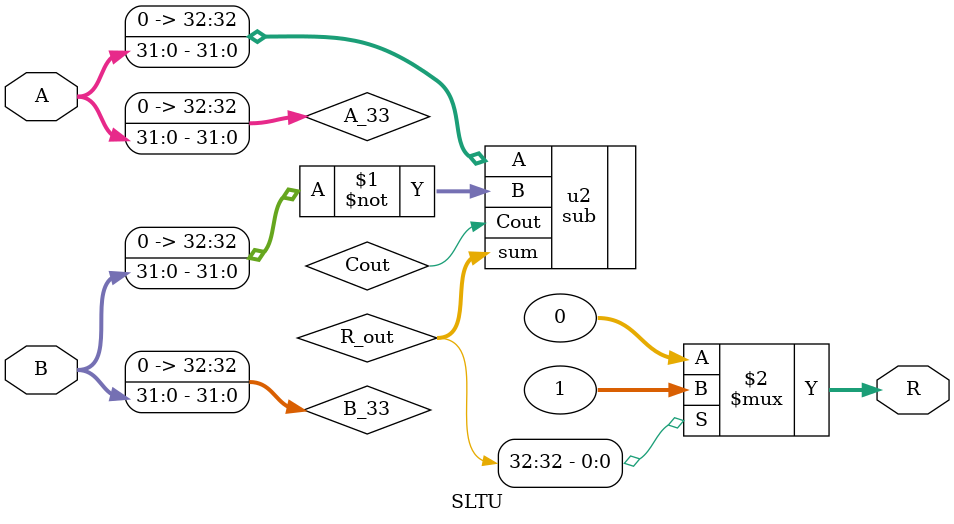
<source format=v>
module SLTU(
    input [31:0] A,
    input [31:0] B,
    //input [2:0] Control_Signals,
    output [31:0] R

    );
    wire Cout;
    wire [32:0] R_out;
    wire [32:0] A_33, B_33;

    assign A_33 = {1'b0, A};
    assign B_33 = {1'b0, B};

    sub #(.WIDTH(33)) u2(.A(A_33),.B(~B_33),.Cout(Cout),.sum(R_out));

    assign R = R_out[32] ? 1 : 0 ;

endmodule
</source>
